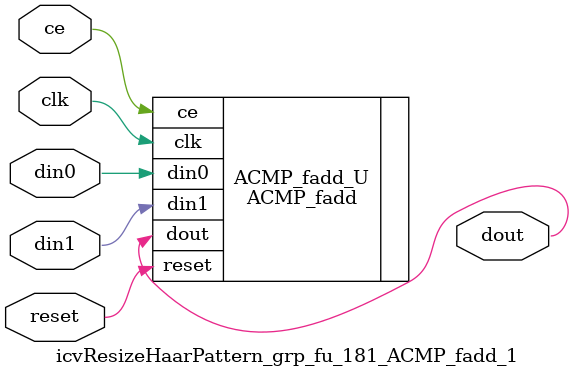
<source format=v>

`timescale 1 ns / 1 ps
module icvResizeHaarPattern_grp_fu_181_ACMP_fadd_1(
    clk,
    reset,
    ce,
    din0,
    din1,
    dout);

parameter ID = 32'd1;
parameter NUM_STAGE = 32'd1;
parameter din0_WIDTH = 32'd1;
parameter din1_WIDTH = 32'd1;
parameter dout_WIDTH = 32'd1;
input clk;
input reset;
input ce;
input[din0_WIDTH - 1:0] din0;
input[din1_WIDTH - 1:0] din1;
output[dout_WIDTH - 1:0] dout;



ACMP_fadd #(
.ID( ID ),
.NUM_STAGE( 4 ),
.din0_WIDTH( din0_WIDTH ),
.din1_WIDTH( din1_WIDTH ),
.dout_WIDTH( dout_WIDTH ))
ACMP_fadd_U(
    .clk( clk ),
    .reset( reset ),
    .ce( ce ),
    .din0( din0 ),
    .din1( din1 ),
    .dout( dout ));

endmodule

</source>
